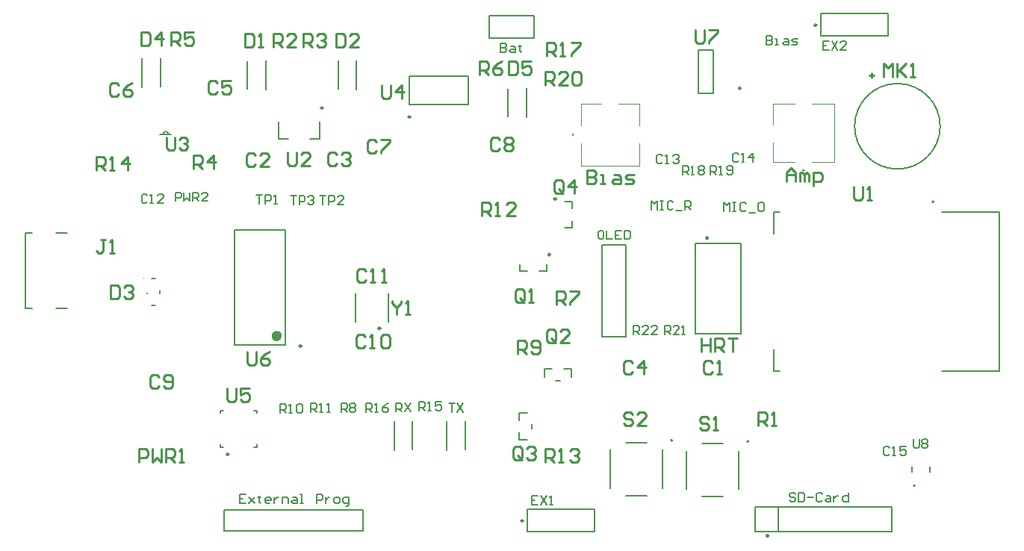
<source format=gto>
G04*
G04 #@! TF.GenerationSoftware,Altium Limited,Altium Designer,23.2.1 (34)*
G04*
G04 Layer_Color=65535*
%FSLAX44Y44*%
%MOMM*%
G71*
G04*
G04 #@! TF.SameCoordinates,75154B13-1296-4508-9C84-23632F313CF3*
G04*
G04*
G04 #@! TF.FilePolarity,Positive*
G04*
G01*
G75*
%ADD10C,0.2000*%
%ADD11C,0.1524*%
%ADD12C,0.1270*%
%ADD13C,0.2500*%
%ADD14C,0.6000*%
%ADD15C,0.1000*%
%ADD16C,0.2540*%
D10*
X1583450Y454660D02*
G03*
X1583450Y454660I-1030J0D01*
G01*
X1604770Y776640D02*
G03*
X1604770Y776640I-1000J0D01*
G01*
X1308500Y506210D02*
G03*
X1308500Y506210I-1000J0D01*
G01*
X1394860Y504940D02*
G03*
X1394860Y504940I-1000J0D01*
G01*
X1195444Y851870D02*
Y853870D01*
Y851870D01*
X1457625Y812070D02*
X1455625D01*
X1457625D01*
X1228856Y623340D02*
X1255756D01*
Y727940D01*
X1228856D02*
X1255756D01*
X1228856Y623340D02*
Y727940D01*
X574760Y656000D02*
X582260D01*
X574760D02*
Y741000D01*
X582260D01*
X609760Y656000D02*
X622260D01*
X609760Y741000D02*
X622260D01*
X1101090Y962660D02*
Y988060D01*
X1151890D01*
Y962660D02*
Y988060D01*
X1101090Y962660D02*
X1151890D01*
X1077148Y886910D02*
Y918910D01*
X1010148Y886910D02*
Y918910D01*
X1077148D01*
X1010148Y886910D02*
X1077148D01*
X1402100Y430260D02*
X1557000D01*
Y402860D02*
Y430260D01*
X1402100Y402860D02*
X1557000D01*
X1402100D02*
Y430260D01*
X1428750Y402860D02*
Y430260D01*
X1144270Y427990D02*
X1220470D01*
Y402590D02*
Y427990D01*
X1144270Y402590D02*
X1220470D01*
X1144270D02*
Y427990D01*
X800090Y403240D02*
X957590D01*
X800090D02*
Y427340D01*
X957590D01*
Y403240D02*
Y427340D01*
X795860Y498680D02*
X799110D01*
X834110D02*
X837360D01*
Y536930D02*
Y540180D01*
Y498680D02*
Y501930D01*
X795860Y540180D02*
X799110D01*
X834110D02*
X837360D01*
X795860Y536930D02*
Y540180D01*
Y498680D02*
Y501930D01*
X1477010Y964544D02*
Y989944D01*
Y964544D02*
X1553210D01*
Y989944D01*
X1477010D02*
X1553210D01*
X1334400Y729615D02*
X1386000D01*
X1334400Y626745D02*
Y729615D01*
Y626745D02*
X1386000D01*
Y729615D01*
X1354990Y900060D02*
Y949060D01*
X1337410D02*
X1354990D01*
X1337410Y900060D02*
Y949060D01*
Y900060D02*
X1354990D01*
X1148730Y519220D02*
Y524720D01*
X1134730Y536970D02*
X1144080D01*
X1134730Y506970D02*
Y515220D01*
Y528720D02*
Y536970D01*
Y506970D02*
X1144080D01*
X811740Y744450D02*
X869740D01*
X811740Y614450D02*
X869740D01*
X811740D02*
Y744450D01*
X869740Y614450D02*
Y744450D01*
X985990Y640590D02*
Y672590D01*
X949490Y640590D02*
Y672590D01*
X1175810Y573390D02*
X1181310D01*
X1193560Y578040D02*
Y587390D01*
X1163560D02*
X1171810D01*
X1185310D02*
X1193560D01*
X1163560Y578040D02*
Y587390D01*
X1194450Y747000D02*
Y755000D01*
X1186450Y747000D02*
X1194450D01*
Y769000D02*
Y777000D01*
X1186450D02*
X1194450D01*
X1135620Y697850D02*
X1143620D01*
X1135620D02*
Y705850D01*
X1157620Y697850D02*
X1165620D01*
Y705850D01*
X718090Y689370D02*
X722090D01*
X718090Y659370D02*
X722090D01*
X713090Y672370D02*
Y673370D01*
X727090Y672370D02*
Y676370D01*
X908200Y848220D02*
Y867470D01*
X862200Y848220D02*
Y867470D01*
Y848220D02*
X872950D01*
X897450D02*
X908200D01*
X1264291Y626070D02*
Y636067D01*
X1269289D01*
X1270956Y634400D01*
Y631068D01*
X1269289Y629402D01*
X1264291D01*
X1267623D02*
X1270956Y626070D01*
X1280952D02*
X1274288D01*
X1280952Y632734D01*
Y634400D01*
X1279286Y636067D01*
X1275954D01*
X1274288Y634400D01*
X1290949Y626070D02*
X1284285D01*
X1290949Y632734D01*
Y634400D01*
X1289283Y636067D01*
X1285951D01*
X1284285Y634400D01*
X1299393Y626192D02*
Y636188D01*
X1304391D01*
X1306057Y634522D01*
Y631190D01*
X1304391Y629524D01*
X1299393D01*
X1302725D02*
X1306057Y626192D01*
X1316054D02*
X1309389D01*
X1316054Y632856D01*
Y634522D01*
X1314388Y636188D01*
X1311056D01*
X1309389Y634522D01*
X1319386Y626192D02*
X1322719D01*
X1321052D01*
Y636188D01*
X1319386Y634522D01*
X1554729Y497263D02*
X1553062Y498929D01*
X1549730D01*
X1548064Y497263D01*
Y490598D01*
X1549730Y488932D01*
X1553062D01*
X1554729Y490598D01*
X1558061Y488932D02*
X1561393D01*
X1559727D01*
Y498929D01*
X1558061Y497263D01*
X1573056Y498929D02*
X1566391D01*
Y493930D01*
X1569724Y495597D01*
X1571390D01*
X1573056Y493930D01*
Y490598D01*
X1571390Y488932D01*
X1568058D01*
X1566391Y490598D01*
X1581279Y507918D02*
Y499588D01*
X1582946Y497922D01*
X1586278D01*
X1587944Y499588D01*
Y507918D01*
X1591276Y506252D02*
X1592942Y507918D01*
X1596275D01*
X1597941Y506252D01*
Y504586D01*
X1596275Y502920D01*
X1597941Y501254D01*
Y499588D01*
X1596275Y497922D01*
X1592942D01*
X1591276Y499588D01*
Y501254D01*
X1592942Y502920D01*
X1591276Y504586D01*
Y506252D01*
X1592942Y502920D02*
X1596275D01*
X1113557Y956228D02*
Y946232D01*
X1118556D01*
X1120222Y947898D01*
Y949564D01*
X1118556Y951230D01*
X1113557D01*
X1118556D01*
X1120222Y952896D01*
Y954562D01*
X1118556Y956228D01*
X1113557D01*
X1125220Y952896D02*
X1128552D01*
X1130218Y951230D01*
Y946232D01*
X1125220D01*
X1123554Y947898D01*
X1125220Y949564D01*
X1130218D01*
X1135217Y954562D02*
Y952896D01*
X1133551D01*
X1136883D01*
X1135217D01*
Y947898D01*
X1136883Y946232D01*
X932739Y538562D02*
Y548558D01*
X937738D01*
X939404Y546892D01*
Y543560D01*
X937738Y541894D01*
X932739D01*
X936072D02*
X939404Y538562D01*
X942736Y546892D02*
X944402Y548558D01*
X947735D01*
X949401Y546892D01*
Y545226D01*
X947735Y543560D01*
X949401Y541894D01*
Y540228D01*
X947735Y538562D01*
X944402D01*
X942736Y540228D01*
Y541894D01*
X944402Y543560D01*
X942736Y545226D01*
Y546892D01*
X944402Y543560D02*
X947735D01*
X1485585Y958768D02*
X1478921D01*
Y948772D01*
X1485585D01*
X1478921Y953770D02*
X1482253D01*
X1488918Y958768D02*
X1495582Y948772D01*
Y958768D02*
X1488918Y948772D01*
X1505579D02*
X1498914D01*
X1505579Y955436D01*
Y957102D01*
X1503913Y958768D01*
X1500581D01*
X1498914Y957102D01*
X1415066Y965118D02*
Y955122D01*
X1420064D01*
X1421730Y956788D01*
Y958454D01*
X1420064Y960120D01*
X1415066D01*
X1420064D01*
X1421730Y961786D01*
Y963452D01*
X1420064Y965118D01*
X1415066D01*
X1425062Y955122D02*
X1428395D01*
X1426729D01*
Y961786D01*
X1425062D01*
X1435059D02*
X1438392D01*
X1440058Y960120D01*
Y955122D01*
X1435059D01*
X1433393Y956788D01*
X1435059Y958454D01*
X1440058D01*
X1443390Y955122D02*
X1448388D01*
X1450054Y956788D01*
X1448388Y958454D01*
X1445056D01*
X1443390Y960120D01*
X1445056Y961786D01*
X1450054D01*
X1366887Y765683D02*
Y775680D01*
X1370220Y772348D01*
X1373552Y775680D01*
Y765683D01*
X1376884Y775680D02*
X1380216D01*
X1378550D01*
Y765683D01*
X1376884D01*
X1380216D01*
X1391879Y774014D02*
X1390213Y775680D01*
X1386881D01*
X1385215Y774014D01*
Y767350D01*
X1386881Y765683D01*
X1390213D01*
X1391879Y767350D01*
X1395211Y764017D02*
X1401876D01*
X1410207Y775680D02*
X1406874D01*
X1405208Y774014D01*
Y767350D01*
X1406874Y765683D01*
X1410207D01*
X1411873Y767350D01*
Y774014D01*
X1410207Y775680D01*
X1284337Y767995D02*
Y777991D01*
X1287670Y774659D01*
X1291002Y777991D01*
Y767995D01*
X1294334Y777991D02*
X1297666D01*
X1296000D01*
Y767995D01*
X1294334D01*
X1297666D01*
X1309329Y776325D02*
X1307663Y777991D01*
X1304331D01*
X1302665Y776325D01*
Y769661D01*
X1304331Y767995D01*
X1307663D01*
X1309329Y769661D01*
X1312661Y766329D02*
X1319326D01*
X1322658Y767995D02*
Y777991D01*
X1327657D01*
X1329323Y776325D01*
Y772993D01*
X1327657Y771327D01*
X1322658D01*
X1325990D02*
X1329323Y767995D01*
X875305Y783874D02*
X881970D01*
X878637D01*
Y773878D01*
X885302D02*
Y783874D01*
X890300D01*
X891966Y782208D01*
Y778876D01*
X890300Y777210D01*
X885302D01*
X895298Y782208D02*
X896965Y783874D01*
X900297D01*
X901963Y782208D01*
Y780542D01*
X900297Y778876D01*
X898631D01*
X900297D01*
X901963Y777210D01*
Y775544D01*
X900297Y773878D01*
X896965D01*
X895298Y775544D01*
X908691Y783874D02*
X915356D01*
X912023D01*
Y773878D01*
X918688D02*
Y783874D01*
X923686D01*
X925352Y782208D01*
Y778876D01*
X923686Y777210D01*
X918688D01*
X935349Y773878D02*
X928684D01*
X935349Y780542D01*
Y782208D01*
X933683Y783874D01*
X930351D01*
X928684Y782208D01*
X836697Y784778D02*
X843362D01*
X840029D01*
Y774782D01*
X846694D02*
Y784778D01*
X851692D01*
X853358Y783112D01*
Y779780D01*
X851692Y778114D01*
X846694D01*
X856691Y774782D02*
X860023D01*
X858357D01*
Y784778D01*
X856691Y783112D01*
X744779Y777421D02*
Y787418D01*
X749777D01*
X751443Y785752D01*
Y782420D01*
X749777Y780753D01*
X744779D01*
X754776Y787418D02*
Y777421D01*
X758108Y780753D01*
X761440Y777421D01*
Y787418D01*
X764772Y777421D02*
Y787418D01*
X769771D01*
X771437Y785752D01*
Y782420D01*
X769771Y780753D01*
X764772D01*
X768105D02*
X771437Y777421D01*
X781434D02*
X774769D01*
X781434Y784086D01*
Y785752D01*
X779768Y787418D01*
X776435D01*
X774769Y785752D01*
X1351484Y807802D02*
Y817798D01*
X1356482D01*
X1358148Y816132D01*
Y812800D01*
X1356482Y811134D01*
X1351484D01*
X1354816D02*
X1358148Y807802D01*
X1361481D02*
X1364813D01*
X1363147D01*
Y817798D01*
X1361481Y816132D01*
X1369812Y809468D02*
X1371478Y807802D01*
X1374810D01*
X1376476Y809468D01*
Y816132D01*
X1374810Y817798D01*
X1371478D01*
X1369812Y816132D01*
Y814466D01*
X1371478Y812800D01*
X1376476D01*
X1319734Y807802D02*
Y817798D01*
X1324732D01*
X1326398Y816132D01*
Y812800D01*
X1324732Y811134D01*
X1319734D01*
X1323066D02*
X1326398Y807802D01*
X1329731D02*
X1333063D01*
X1331397D01*
Y817798D01*
X1329731Y816132D01*
X1338062D02*
X1339728Y817798D01*
X1343060D01*
X1344726Y816132D01*
Y814466D01*
X1343060Y812800D01*
X1344726Y811134D01*
Y809468D01*
X1343060Y807802D01*
X1339728D01*
X1338062Y809468D01*
Y811134D01*
X1339728Y812800D01*
X1338062Y814466D01*
Y816132D01*
X1339728Y812800D02*
X1343060D01*
X961290Y538562D02*
Y548558D01*
X966288D01*
X967954Y546892D01*
Y543560D01*
X966288Y541894D01*
X961290D01*
X964622D02*
X967954Y538562D01*
X971286D02*
X974619D01*
X972952D01*
Y548558D01*
X971286Y546892D01*
X986282Y548558D02*
X982949Y546892D01*
X979617Y543560D01*
Y540228D01*
X981283Y538562D01*
X984615D01*
X986282Y540228D01*
Y541894D01*
X984615Y543560D01*
X979617D01*
X1021181Y539932D02*
Y549928D01*
X1026179D01*
X1027846Y548262D01*
Y544930D01*
X1026179Y543264D01*
X1021181D01*
X1024513D02*
X1027846Y539932D01*
X1031178D02*
X1034510D01*
X1032844D01*
Y549928D01*
X1031178Y548262D01*
X1046173Y549928D02*
X1039508D01*
Y544930D01*
X1042841Y546596D01*
X1044507D01*
X1046173Y544930D01*
Y541598D01*
X1044507Y539932D01*
X1041175D01*
X1039508Y541598D01*
X898490Y538562D02*
Y548558D01*
X903489D01*
X905155Y546892D01*
Y543560D01*
X903489Y541894D01*
X898490D01*
X901822D02*
X905155Y538562D01*
X908487D02*
X911819D01*
X910153D01*
Y548558D01*
X908487Y546892D01*
X916818Y538562D02*
X920150D01*
X918484D01*
Y548558D01*
X916818Y546892D01*
X863804Y537292D02*
Y547288D01*
X868802D01*
X870469Y545622D01*
Y542290D01*
X868802Y540624D01*
X863804D01*
X867136D02*
X870469Y537292D01*
X873801D02*
X877133D01*
X875467D01*
Y547288D01*
X873801Y545622D01*
X882132D02*
X883798Y547288D01*
X887130D01*
X888796Y545622D01*
Y538958D01*
X887130Y537292D01*
X883798D01*
X882132Y538958D01*
Y545622D01*
X1228977Y744210D02*
X1225645D01*
X1223979Y742544D01*
Y735879D01*
X1225645Y734213D01*
X1228977D01*
X1230643Y735879D01*
Y742544D01*
X1228977Y744210D01*
X1233976D02*
Y734213D01*
X1240640D01*
X1250637Y744210D02*
X1243973D01*
Y734213D01*
X1250637D01*
X1243973Y739211D02*
X1247305D01*
X1253969Y744210D02*
Y734213D01*
X1258968D01*
X1260634Y735879D01*
Y742544D01*
X1258968Y744210D01*
X1253969D01*
X824911Y445147D02*
X818247D01*
Y435150D01*
X824911D01*
X818247Y440149D02*
X821579D01*
X828244Y441815D02*
X834908Y435150D01*
X831576Y438482D01*
X834908Y441815D01*
X828244Y435150D01*
X839907Y443481D02*
Y441815D01*
X838241D01*
X841573D01*
X839907D01*
Y436816D01*
X841573Y435150D01*
X851570D02*
X848237D01*
X846571Y436816D01*
Y440149D01*
X848237Y441815D01*
X851570D01*
X853236Y440149D01*
Y438482D01*
X846571D01*
X856568Y441815D02*
Y435150D01*
Y438482D01*
X858234Y440149D01*
X859900Y441815D01*
X861566D01*
X866565Y435150D02*
Y441815D01*
X871563D01*
X873229Y440149D01*
Y435150D01*
X878228Y441815D02*
X881560D01*
X883226Y440149D01*
Y435150D01*
X878228D01*
X876562Y436816D01*
X878228Y438482D01*
X883226D01*
X886558Y435150D02*
X889891D01*
X888224D01*
Y445147D01*
X886558D01*
X904886Y435150D02*
Y445147D01*
X909884D01*
X911550Y443481D01*
Y440149D01*
X909884Y438482D01*
X904886D01*
X914883Y441815D02*
Y435150D01*
Y438482D01*
X916549Y440149D01*
X918215Y441815D01*
X919881D01*
X926545Y435150D02*
X929878D01*
X931544Y436816D01*
Y440149D01*
X929878Y441815D01*
X926545D01*
X924879Y440149D01*
Y436816D01*
X926545Y435150D01*
X938208Y431818D02*
X939874D01*
X941541Y433484D01*
Y441815D01*
X936542D01*
X934876Y440149D01*
Y436816D01*
X936542Y435150D01*
X941541D01*
X1448002Y445292D02*
X1446336Y446958D01*
X1443004D01*
X1441337Y445292D01*
Y443626D01*
X1443004Y441960D01*
X1446336D01*
X1448002Y440294D01*
Y438628D01*
X1446336Y436962D01*
X1443004D01*
X1441337Y438628D01*
X1451334Y446958D02*
Y436962D01*
X1456333D01*
X1457999Y438628D01*
Y445292D01*
X1456333Y446958D01*
X1451334D01*
X1461331Y441960D02*
X1467995D01*
X1477992Y445292D02*
X1476326Y446958D01*
X1472994D01*
X1471328Y445292D01*
Y438628D01*
X1472994Y436962D01*
X1476326D01*
X1477992Y438628D01*
X1482991Y443626D02*
X1486323D01*
X1487989Y441960D01*
Y436962D01*
X1482991D01*
X1481324Y438628D01*
X1482991Y440294D01*
X1487989D01*
X1491321Y443626D02*
Y436962D01*
Y440294D01*
X1492988Y441960D01*
X1494654Y443626D01*
X1496320D01*
X1507983Y446958D02*
Y436962D01*
X1502984D01*
X1501318Y438628D01*
Y441960D01*
X1502984Y443626D01*
X1507983D01*
X1155782Y443148D02*
X1149117D01*
Y433152D01*
X1155782D01*
X1149117Y438150D02*
X1152449D01*
X1159114Y443148D02*
X1165778Y433152D01*
Y443148D02*
X1159114Y433152D01*
X1169111D02*
X1172443D01*
X1170777D01*
Y443148D01*
X1169111Y441482D01*
X994709Y538622D02*
Y548618D01*
X999708D01*
X1001374Y546952D01*
Y543620D01*
X999708Y541954D01*
X994709D01*
X998042D02*
X1001374Y538622D01*
X1004706Y548618D02*
X1011371Y538622D01*
Y548618D02*
X1004706Y538622D01*
X1054659Y548558D02*
X1061324D01*
X1057992D01*
Y538562D01*
X1064656Y548558D02*
X1071321Y538562D01*
Y548558D02*
X1064656Y538562D01*
X1383149Y830102D02*
X1381483Y831768D01*
X1378151D01*
X1376485Y830102D01*
Y823438D01*
X1378151Y821772D01*
X1381483D01*
X1383149Y823438D01*
X1386482Y821772D02*
X1389814D01*
X1388148D01*
Y831768D01*
X1386482Y830102D01*
X1399811Y821772D02*
Y831768D01*
X1394812Y826770D01*
X1401477D01*
X1297189Y828832D02*
X1295522Y830498D01*
X1292190D01*
X1290524Y828832D01*
Y822168D01*
X1292190Y820502D01*
X1295522D01*
X1297189Y822168D01*
X1300521Y820502D02*
X1303853D01*
X1302187D01*
Y830498D01*
X1300521Y828832D01*
X1308851D02*
X1310518Y830498D01*
X1313850D01*
X1315516Y828832D01*
Y827166D01*
X1313850Y825500D01*
X1312184D01*
X1313850D01*
X1315516Y823834D01*
Y822168D01*
X1313850Y820502D01*
X1310518D01*
X1308851Y822168D01*
X713229Y783352D02*
X711562Y785018D01*
X708230D01*
X706564Y783352D01*
Y776688D01*
X708230Y775022D01*
X711562D01*
X713229Y776688D01*
X716561Y775022D02*
X719893D01*
X718227D01*
Y785018D01*
X716561Y783352D01*
X731556Y775022D02*
X724892D01*
X731556Y781686D01*
Y783352D01*
X729890Y785018D01*
X726558D01*
X724892Y783352D01*
D11*
X737108Y853186D02*
G03*
X731012Y853186I-3048J0D01*
G01*
X727710D02*
X731012D01*
X737108D01*
X740410D01*
D12*
X1611870Y862330D02*
G03*
X1611870Y862330I-48500J0D01*
G01*
X1600040Y470710D02*
Y476710D01*
X1580040Y470710D02*
Y476710D01*
X1613670Y584640D02*
X1678670D01*
Y764640D01*
X1613670D02*
X1678670D01*
X1423670Y584640D02*
X1430170D01*
X1423670D02*
Y609140D01*
Y740140D02*
Y764640D01*
X1430170D01*
X1297460Y451950D02*
Y495470D01*
X1255700Y443710D02*
X1279220D01*
X1237460Y451950D02*
Y495470D01*
X1255700Y503710D02*
X1279220D01*
X1383820Y450680D02*
Y494200D01*
X1342060Y442440D02*
X1365580D01*
X1323820Y450680D02*
Y494200D01*
X1342060Y502440D02*
X1365580D01*
X1073440Y495870D02*
Y527870D01*
X1052540Y495370D02*
Y528370D01*
X1013750Y495870D02*
Y527870D01*
X992850Y495370D02*
Y528370D01*
X826292Y904383D02*
Y936383D01*
X847192Y903883D02*
Y936883D01*
X929350Y904590D02*
Y936590D01*
X950250Y904090D02*
Y937090D01*
X1122098Y873040D02*
Y905040D01*
X1142998Y872540D02*
Y905540D01*
X728000Y907290D02*
Y939290D01*
X707100Y906790D02*
Y939790D01*
D13*
X1011398Y872910D02*
G03*
X1011398Y872910I-1250J0D01*
G01*
X1417300Y398060D02*
G03*
X1417300Y398060I-1250J0D01*
G01*
X1139120Y415040D02*
G03*
X1139120Y415040I-1250J0D01*
G01*
X805360Y490430D02*
G03*
X805360Y490430I-1250J0D01*
G01*
X1471860Y976994D02*
G03*
X1471860Y976994I-1250J0D01*
G01*
X1348750Y735615D02*
G03*
X1348750Y735615I-1250J0D01*
G01*
X1385981Y905510D02*
G03*
X1385981Y905510I-1250J0D01*
G01*
X887990Y613300D02*
G03*
X887990Y613300I-1250J0D01*
G01*
X977490Y633090D02*
G03*
X977490Y633090I-1250J0D01*
G01*
X1176700Y780000D02*
G03*
X1176700Y780000I-1250J0D01*
G01*
X1169870Y716850D02*
G03*
X1169870Y716850I-1250J0D01*
G01*
X912200Y883220D02*
G03*
X912200Y883220I-1250J0D01*
G01*
X706162Y969006D02*
Y953771D01*
X713780D01*
X716319Y956310D01*
Y966467D01*
X713780Y969006D01*
X706162D01*
X729015Y953771D02*
Y969006D01*
X721397Y961389D01*
X731554D01*
D14*
X862740Y624450D02*
G03*
X862740Y624450I-3000J0D01*
G01*
D15*
X709590Y690370D02*
G03*
X709590Y690370I-500J0D01*
G01*
X1204844Y887470D02*
X1227444D01*
X1204844Y862870D02*
Y887470D01*
X1247444D02*
X1270844D01*
Y862870D02*
Y887470D01*
Y817570D02*
Y842870D01*
X1204844Y817570D02*
X1270844D01*
X1204844D02*
Y842870D01*
X1422025Y821470D02*
Y844070D01*
Y821470D02*
X1446625D01*
X1422025Y864070D02*
Y887470D01*
X1446625D01*
X1466625D02*
X1491925D01*
Y821470D02*
Y887470D01*
X1466625Y821470D02*
X1491925D01*
D16*
X1534287Y917368D02*
Y922789D01*
X1531577Y920078D02*
X1536998D01*
X1437640Y800098D02*
Y810255D01*
X1442718Y815333D01*
X1447797Y810255D01*
Y800098D01*
Y807716D01*
X1437640D01*
X1452875Y800098D02*
Y810255D01*
X1455414D01*
X1457953Y807716D01*
Y800098D01*
Y807716D01*
X1460493Y810255D01*
X1463032Y807716D01*
Y800098D01*
X1468110Y795020D02*
Y810255D01*
X1475728D01*
X1478267Y807716D01*
Y802637D01*
X1475728Y800098D01*
X1468110D01*
X1211580Y812795D02*
Y797560D01*
X1219197D01*
X1221737Y800099D01*
Y802638D01*
X1219197Y805178D01*
X1211580D01*
X1219197D01*
X1221737Y807717D01*
Y810256D01*
X1219197Y812795D01*
X1211580D01*
X1226815Y797560D02*
X1231893D01*
X1229354D01*
Y807717D01*
X1226815D01*
X1242050D02*
X1247129D01*
X1249668Y805178D01*
Y797560D01*
X1242050D01*
X1239511Y800099D01*
X1242050Y802638D01*
X1249668D01*
X1254746Y797560D02*
X1262364D01*
X1264903Y800099D01*
X1262364Y802638D01*
X1257285D01*
X1254746Y805178D01*
X1257285Y807717D01*
X1264903D01*
X655326Y812803D02*
Y828037D01*
X662944D01*
X665483Y825498D01*
Y820420D01*
X662944Y817881D01*
X655326D01*
X660405D02*
X665483Y812803D01*
X670561D02*
X675640D01*
X673100D01*
Y828037D01*
X670561Y825498D01*
X690875Y812803D02*
Y828037D01*
X683257Y820420D01*
X693414D01*
X990603Y664208D02*
Y661668D01*
X995682Y656590D01*
X1000760Y661668D01*
Y664208D01*
X995682Y656590D02*
Y648972D01*
X1005838D02*
X1010917D01*
X1008378D01*
Y664208D01*
X1005838Y661668D01*
X1334774Y971547D02*
Y958852D01*
X1337313Y956312D01*
X1342392D01*
X1344931Y958852D01*
Y971547D01*
X1350009D02*
X1360166D01*
Y969008D01*
X1350009Y958852D01*
Y956312D01*
X826774Y607057D02*
Y594362D01*
X829313Y591823D01*
X834392D01*
X836931Y594362D01*
Y607057D01*
X852166D02*
X847087Y604518D01*
X842009Y599440D01*
Y594362D01*
X844548Y591823D01*
X849627D01*
X852166Y594362D01*
Y596901D01*
X849627Y599440D01*
X842009D01*
X803914Y565148D02*
Y552452D01*
X806453Y549912D01*
X811532D01*
X814071Y552452D01*
Y565148D01*
X829306D02*
X819149D01*
Y557530D01*
X824228Y560069D01*
X826767D01*
X829306Y557530D01*
Y552452D01*
X826767Y549912D01*
X821688D01*
X819149Y552452D01*
X979174Y909317D02*
Y896622D01*
X981713Y894082D01*
X986792D01*
X989331Y896622D01*
Y909317D01*
X1002027Y894082D02*
Y909317D01*
X994409Y901700D01*
X1004566D01*
X735323Y849716D02*
Y838053D01*
X737655Y835720D01*
X742320D01*
X744653Y838053D01*
Y849716D01*
X749318Y847383D02*
X751651Y849716D01*
X756316D01*
X758649Y847383D01*
Y845050D01*
X756316Y842718D01*
X753984D01*
X756316D01*
X758649Y840385D01*
Y838053D01*
X756316Y835720D01*
X751651D01*
X749318Y838053D01*
X872494Y833118D02*
Y820422D01*
X875033Y817883D01*
X880112D01*
X882651Y820422D01*
Y833118D01*
X897886Y817883D02*
X887729D01*
X897886Y828039D01*
Y830578D01*
X895347Y833118D01*
X890268D01*
X887729Y830578D01*
X1513843Y793747D02*
Y781052D01*
X1516382Y778512D01*
X1521461D01*
X1524000Y781052D01*
Y793747D01*
X1529078Y778512D02*
X1534157D01*
X1531618D01*
Y793747D01*
X1529078Y791208D01*
X703588Y481333D02*
Y496567D01*
X711206D01*
X713745Y494028D01*
Y488950D01*
X711206Y486411D01*
X703588D01*
X718823Y496567D02*
Y481333D01*
X723902Y486411D01*
X728980Y481333D01*
Y496567D01*
X734058Y481333D02*
Y496567D01*
X741676D01*
X744215Y494028D01*
Y488950D01*
X741676Y486411D01*
X734058D01*
X739137D02*
X744215Y481333D01*
X749293D02*
X754372D01*
X751833D01*
Y496567D01*
X749293Y494028D01*
X1263651Y535938D02*
X1261112Y538478D01*
X1256033D01*
X1253494Y535938D01*
Y533399D01*
X1256033Y530860D01*
X1261112D01*
X1263651Y528321D01*
Y525782D01*
X1261112Y523242D01*
X1256033D01*
X1253494Y525782D01*
X1278886Y523242D02*
X1268729D01*
X1278886Y533399D01*
Y535938D01*
X1276347Y538478D01*
X1271268D01*
X1268729Y535938D01*
X1350010Y530858D02*
X1347471Y533397D01*
X1342392D01*
X1339853Y530858D01*
Y528319D01*
X1342392Y525780D01*
X1347471D01*
X1350010Y523241D01*
Y520702D01*
X1347471Y518162D01*
X1342392D01*
X1339853Y520702D01*
X1355088Y518162D02*
X1360167D01*
X1357628D01*
Y533397D01*
X1355088Y530858D01*
X1164597Y909323D02*
Y924557D01*
X1172214D01*
X1174753Y922018D01*
Y916940D01*
X1172214Y914401D01*
X1164597D01*
X1169675D02*
X1174753Y909323D01*
X1189988D02*
X1179832D01*
X1189988Y919479D01*
Y922018D01*
X1187449Y924557D01*
X1182371D01*
X1179832Y922018D01*
X1195067D02*
X1197606Y924557D01*
X1202684D01*
X1205223Y922018D01*
Y911862D01*
X1202684Y909323D01*
X1197606D01*
X1195067Y911862D01*
Y922018D01*
X1165866Y942343D02*
Y957578D01*
X1173484D01*
X1176023Y955038D01*
Y949960D01*
X1173484Y947421D01*
X1165866D01*
X1170945D02*
X1176023Y942343D01*
X1181101D02*
X1186180D01*
X1183640D01*
Y957578D01*
X1181101Y955038D01*
X1193797Y957578D02*
X1203954D01*
Y955038D01*
X1193797Y944882D01*
Y942343D01*
X1164596Y481333D02*
Y496567D01*
X1172214D01*
X1174753Y494028D01*
Y488950D01*
X1172214Y486411D01*
X1164596D01*
X1169675D02*
X1174753Y481333D01*
X1179831D02*
X1184910D01*
X1182370D01*
Y496567D01*
X1179831Y494028D01*
X1192527D02*
X1195066Y496567D01*
X1200145D01*
X1202684Y494028D01*
Y491489D01*
X1200145Y488950D01*
X1197606D01*
X1200145D01*
X1202684Y486411D01*
Y483872D01*
X1200145Y481333D01*
X1195066D01*
X1192527Y483872D01*
X1092206Y760732D02*
Y775967D01*
X1099824D01*
X1102363Y773428D01*
Y768350D01*
X1099824Y765811D01*
X1092206D01*
X1097284D02*
X1102363Y760732D01*
X1107441D02*
X1112520D01*
X1109980D01*
Y775967D01*
X1107441Y773428D01*
X1130294Y760732D02*
X1120137D01*
X1130294Y770889D01*
Y773428D01*
X1127755Y775967D01*
X1122676D01*
X1120137Y773428D01*
X1132844Y604523D02*
Y619757D01*
X1140462D01*
X1143001Y617218D01*
Y612140D01*
X1140462Y609601D01*
X1132844D01*
X1137923D02*
X1143001Y604523D01*
X1148079Y607062D02*
X1150618Y604523D01*
X1155697D01*
X1158236Y607062D01*
Y617218D01*
X1155697Y619757D01*
X1150618D01*
X1148079Y617218D01*
Y614679D01*
X1150618Y612140D01*
X1158236D01*
X1177294Y660403D02*
Y675638D01*
X1184912D01*
X1187451Y673098D01*
Y668020D01*
X1184912Y665481D01*
X1177294D01*
X1182373D02*
X1187451Y660403D01*
X1192529Y675638D02*
X1202686D01*
Y673098D01*
X1192529Y662942D01*
Y660403D01*
X1089372Y920692D02*
Y935928D01*
X1096990D01*
X1099529Y933388D01*
Y928310D01*
X1096990Y925771D01*
X1089372D01*
X1094451D02*
X1099529Y920692D01*
X1114764Y935928D02*
X1109686Y933388D01*
X1104607Y928310D01*
Y923232D01*
X1107147Y920692D01*
X1112225D01*
X1114764Y923232D01*
Y925771D01*
X1112225Y928310D01*
X1104607D01*
X740414Y953773D02*
Y969007D01*
X748032D01*
X750571Y966468D01*
Y961390D01*
X748032Y958851D01*
X740414D01*
X745492D02*
X750571Y953773D01*
X765806Y969007D02*
X755649D01*
Y961390D01*
X760727Y963929D01*
X763267D01*
X765806Y961390D01*
Y956312D01*
X763267Y953773D01*
X758188D01*
X755649Y956312D01*
X765814Y814072D02*
Y829307D01*
X773432D01*
X775971Y826768D01*
Y821690D01*
X773432Y819151D01*
X765814D01*
X770892D02*
X775971Y814072D01*
X788667D02*
Y829307D01*
X781049Y821690D01*
X791206D01*
X890274Y952503D02*
Y967738D01*
X897892D01*
X900431Y965198D01*
Y960120D01*
X897892Y957581D01*
X890274D01*
X895352D02*
X900431Y952503D01*
X905509Y965198D02*
X908048Y967738D01*
X913127D01*
X915666Y965198D01*
Y962659D01*
X913127Y960120D01*
X910587D01*
X913127D01*
X915666Y957581D01*
Y955042D01*
X913127Y952503D01*
X908048D01*
X905509Y955042D01*
X855984Y952503D02*
Y967738D01*
X863602D01*
X866141Y965198D01*
Y960120D01*
X863602Y957581D01*
X855984D01*
X861062D02*
X866141Y952503D01*
X881376D02*
X871219D01*
X881376Y962659D01*
Y965198D01*
X878837Y967738D01*
X873758D01*
X871219Y965198D01*
X1405636Y523240D02*
Y538475D01*
X1413253D01*
X1415793Y535936D01*
Y530858D01*
X1413253Y528318D01*
X1405636D01*
X1410714D02*
X1415793Y523240D01*
X1420871D02*
X1425949D01*
X1423410D01*
Y538475D01*
X1420871Y535936D01*
X1184911Y788672D02*
Y798828D01*
X1182372Y801367D01*
X1177293D01*
X1174754Y798828D01*
Y788672D01*
X1177293Y786133D01*
X1182372D01*
X1179833Y791211D02*
X1184911Y786133D01*
X1182372D02*
X1184911Y788672D01*
X1197607Y786133D02*
Y801367D01*
X1189989Y793750D01*
X1200146D01*
X1137921Y486412D02*
Y496568D01*
X1135382Y499108D01*
X1130303D01*
X1127764Y496568D01*
Y486412D01*
X1130303Y483872D01*
X1135382D01*
X1132842Y488951D02*
X1137921Y483872D01*
X1135382D02*
X1137921Y486412D01*
X1142999Y496568D02*
X1145538Y499108D01*
X1150617D01*
X1153156Y496568D01*
Y494029D01*
X1150617Y491490D01*
X1148077D01*
X1150617D01*
X1153156Y488951D01*
Y486412D01*
X1150617Y483872D01*
X1145538D01*
X1142999Y486412D01*
X1176021Y619762D02*
Y629918D01*
X1173482Y632458D01*
X1168403D01*
X1165864Y629918D01*
Y619762D01*
X1168403Y617223D01*
X1173482D01*
X1170943Y622301D02*
X1176021Y617223D01*
X1173482D02*
X1176021Y619762D01*
X1191256Y617223D02*
X1181099D01*
X1191256Y627379D01*
Y629918D01*
X1188717Y632458D01*
X1183638D01*
X1181099Y629918D01*
X1140460Y665482D02*
Y675638D01*
X1137921Y678177D01*
X1132842D01*
X1130303Y675638D01*
Y665482D01*
X1132842Y662943D01*
X1137921D01*
X1135382Y668021D02*
X1140460Y662943D01*
X1137921D02*
X1140460Y665482D01*
X1145538Y662943D02*
X1150617D01*
X1148078D01*
Y678177D01*
X1145538Y675638D01*
X1548136Y918213D02*
Y933447D01*
X1553214Y928369D01*
X1558293Y933447D01*
Y918213D01*
X1563371Y933447D02*
Y918213D01*
Y923291D01*
X1573528Y933447D01*
X1565910Y925830D01*
X1573528Y918213D01*
X1578606D02*
X1583684D01*
X1581145D01*
Y933447D01*
X1578606Y930908D01*
X1341156Y622298D02*
Y607062D01*
Y614680D01*
X1351313D01*
Y622298D01*
Y607062D01*
X1356391D02*
Y622298D01*
X1364009D01*
X1366548Y619758D01*
Y614680D01*
X1364009Y612141D01*
X1356391D01*
X1361470D02*
X1366548Y607062D01*
X1371626Y622298D02*
X1381783D01*
X1376705D01*
Y607062D01*
X665480Y734057D02*
X660402D01*
X662941D01*
Y721362D01*
X660402Y718822D01*
X657862D01*
X655323Y721362D01*
X670558Y718822D02*
X675637D01*
X673098D01*
Y734057D01*
X670558Y731518D01*
X1122684Y935987D02*
Y920752D01*
X1130302D01*
X1132841Y923292D01*
Y933448D01*
X1130302Y935987D01*
X1122684D01*
X1148076D02*
X1137919D01*
Y928370D01*
X1142998Y930909D01*
X1145537D01*
X1148076Y928370D01*
Y923292D01*
X1145537Y920752D01*
X1140458D01*
X1137919Y923292D01*
X671834Y681988D02*
Y666752D01*
X679452D01*
X681991Y669292D01*
Y679448D01*
X679452Y681988D01*
X671834D01*
X687069Y679448D02*
X689608Y681988D01*
X694687D01*
X697226Y679448D01*
Y676909D01*
X694687Y674370D01*
X692148D01*
X694687D01*
X697226Y671831D01*
Y669292D01*
X694687Y666752D01*
X689608D01*
X687069Y669292D01*
X927104Y967738D02*
Y952503D01*
X934722D01*
X937261Y955042D01*
Y965198D01*
X934722Y967738D01*
X927104D01*
X952496Y952503D02*
X942339D01*
X952496Y962659D01*
Y965198D01*
X949957Y967738D01*
X944878D01*
X942339Y965198D01*
X824233Y967738D02*
Y952503D01*
X831851D01*
X834390Y955042D01*
Y965198D01*
X831851Y967738D01*
X824233D01*
X839468Y952503D02*
X844547D01*
X842008D01*
Y967738D01*
X839468Y965198D01*
X961392Y698498D02*
X958853Y701038D01*
X953774D01*
X951235Y698498D01*
Y688342D01*
X953774Y685803D01*
X958853D01*
X961392Y688342D01*
X966470Y685803D02*
X971549D01*
X969010D01*
Y701038D01*
X966470Y698498D01*
X979166Y685803D02*
X984245D01*
X981705D01*
Y701038D01*
X979166Y698498D01*
X960123Y623568D02*
X957584Y626107D01*
X952505D01*
X949966Y623568D01*
Y613412D01*
X952505Y610872D01*
X957584D01*
X960123Y613412D01*
X965201Y610872D02*
X970280D01*
X967740D01*
Y626107D01*
X965201Y623568D01*
X977897D02*
X980436Y626107D01*
X985515D01*
X988054Y623568D01*
Y613412D01*
X985515Y610872D01*
X980436D01*
X977897Y613412D01*
Y623568D01*
X726441Y577848D02*
X723902Y580387D01*
X718823D01*
X716284Y577848D01*
Y567692D01*
X718823Y565153D01*
X723902D01*
X726441Y567692D01*
X731519D02*
X734058Y565153D01*
X739137D01*
X741676Y567692D01*
Y577848D01*
X739137Y580387D01*
X734058D01*
X731519Y577848D01*
Y575309D01*
X734058Y572770D01*
X741676D01*
X1112521Y847088D02*
X1109982Y849628D01*
X1104903D01*
X1102364Y847088D01*
Y836932D01*
X1104903Y834392D01*
X1109982D01*
X1112521Y836932D01*
X1117599Y847088D02*
X1120138Y849628D01*
X1125217D01*
X1127756Y847088D01*
Y844549D01*
X1125217Y842010D01*
X1127756Y839471D01*
Y836932D01*
X1125217Y834392D01*
X1120138D01*
X1117599Y836932D01*
Y839471D01*
X1120138Y842010D01*
X1117599Y844549D01*
Y847088D01*
X1120138Y842010D02*
X1125217D01*
X972821Y844548D02*
X970282Y847087D01*
X965203D01*
X962664Y844548D01*
Y834392D01*
X965203Y831852D01*
X970282D01*
X972821Y834392D01*
X977899Y847087D02*
X988056D01*
Y844548D01*
X977899Y834392D01*
Y831852D01*
X680721Y909318D02*
X678182Y911858D01*
X673103D01*
X670564Y909318D01*
Y899162D01*
X673103Y896622D01*
X678182D01*
X680721Y899162D01*
X695956Y911858D02*
X690878Y909318D01*
X685799Y904240D01*
Y899162D01*
X688338Y896622D01*
X693417D01*
X695956Y899162D01*
Y901701D01*
X693417Y904240D01*
X685799D01*
X792481Y911858D02*
X789942Y914398D01*
X784863D01*
X782324Y911858D01*
Y901702D01*
X784863Y899163D01*
X789942D01*
X792481Y901702D01*
X807716Y914398D02*
X797559D01*
Y906780D01*
X802637Y909319D01*
X805177D01*
X807716Y906780D01*
Y901702D01*
X805177Y899163D01*
X800098D01*
X797559Y901702D01*
X1263651Y594358D02*
X1261112Y596898D01*
X1256033D01*
X1253494Y594358D01*
Y584202D01*
X1256033Y581662D01*
X1261112D01*
X1263651Y584202D01*
X1276347Y581662D02*
Y596898D01*
X1268729Y589280D01*
X1278886D01*
X928371Y830578D02*
X925832Y833118D01*
X920753D01*
X918214Y830578D01*
Y820422D01*
X920753Y817883D01*
X925832D01*
X928371Y820422D01*
X933449Y830578D02*
X935988Y833118D01*
X941067D01*
X943606Y830578D01*
Y828039D01*
X941067Y825500D01*
X938528D01*
X941067D01*
X943606Y822961D01*
Y820422D01*
X941067Y817883D01*
X935988D01*
X933449Y820422D01*
X835661Y829308D02*
X833122Y831848D01*
X828043D01*
X825504Y829308D01*
Y819152D01*
X828043Y816612D01*
X833122D01*
X835661Y819152D01*
X850896Y816612D02*
X840739D01*
X850896Y826769D01*
Y829308D01*
X848357Y831848D01*
X843278D01*
X840739Y829308D01*
X1353820Y594358D02*
X1351281Y596898D01*
X1346203D01*
X1343663Y594358D01*
Y584202D01*
X1346203Y581662D01*
X1351281D01*
X1353820Y584202D01*
X1358898Y581662D02*
X1363977D01*
X1361438D01*
Y596898D01*
X1358898Y594358D01*
M02*

</source>
